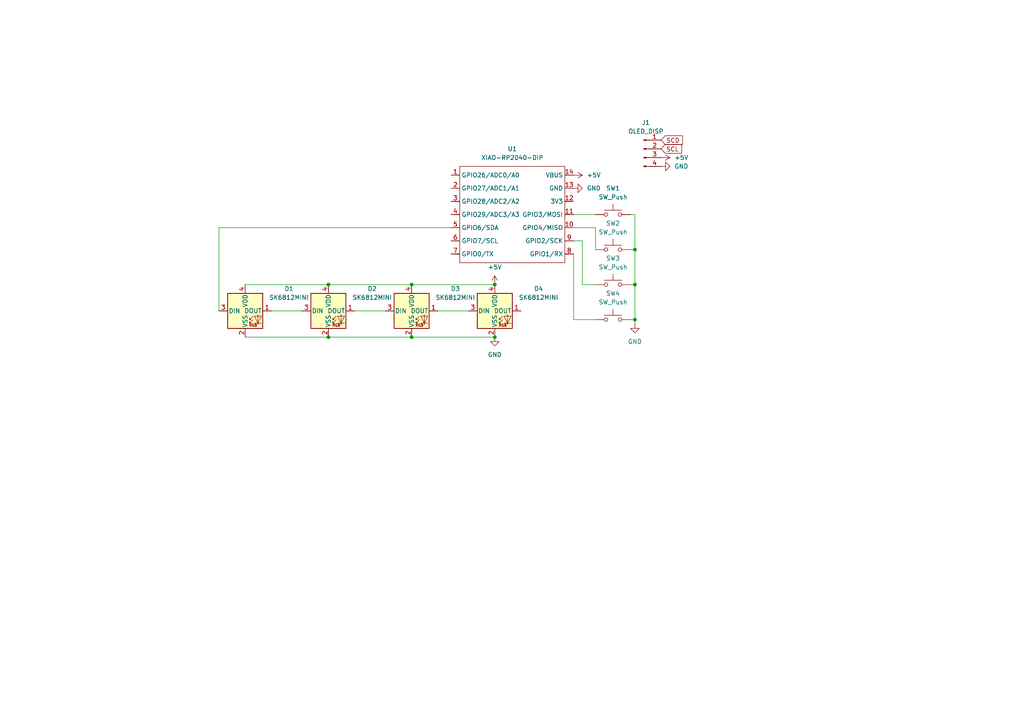
<source format=kicad_sch>
(kicad_sch (version 20250114) (generator "eeschema") (generator_version "9.0")
  (paper "A4")
  (lib_symbols
    (symbol "Connector:Conn_01x04_Pin" (pin_names (offset 1.016) (hide yes))
      (property "Reference" "J" (at 0 5.08 0))
      (property "Value" "Conn_01x04_Pin" (at 0 -7.62 0))
      (symbol "Conn_01x04_Pin_1_1"
        (rectangle (start 0.8636 2.667) (end 0 2.413) (stroke (width 0.1524)) (fill (type outline)))
        (rectangle (start 0.8636 0.127) (end 0 -0.127) (stroke (width 0.1524)) (fill (type outline)))
        (rectangle (start 0.8636 -2.413) (end 0 -2.667) (stroke (width 0.1524)) (fill (type outline)))
        (rectangle (start 0.8636 -4.953) (end 0 -5.207) (stroke (width 0.1524)) (fill (type outline)))
        (polyline (pts (xy 1.27 2.54) (xy 0.8636 2.54)) (stroke (width 0.1524)))
        (polyline (pts (xy 1.27 0) (xy 0.8636 0)) (stroke (width 0.1524)))
        (polyline (pts (xy 1.27 -2.54) (xy 0.8636 -2.54)) (stroke (width 0.1524)))
        (polyline (pts (xy 1.27 -5.08) (xy 0.8636 -5.08)) (stroke (width 0.1524)))
        (pin passive line (at 5.08 2.54 180) (length 3.81) (name "Pin_1") (number "1"))
        (pin passive line (at 5.08 0 180) (length 3.81) (name "Pin_2") (number "2"))
        (pin passive line (at 5.08 -2.54 180) (length 3.81) (name "Pin_3") (number "3"))
        (pin passive line (at 5.08 -5.08 180) (length 3.81) (name "Pin_4") (number "4"))
      )
    )
    (symbol "LED:SK6812MINI" (pin_names (offset 0.254))
      (property "Reference" "D" (at 5.08 5.715 0))
      (property "Value" "SK6812MINI" (at 1.27 -5.715 0))
      (symbol "SK6812MINI_0_0"
        (text "RGB" (at 2.286 -4.191 0) (effects (font (size 0.762 0.762))))
      )
      (symbol "SK6812MINI_0_1"
        (polyline (pts (xy 1.27 -2.54) (xy 1.778 -2.54)))
        (polyline (pts (xy 1.27 -3.556) (xy 1.778 -3.556)))
        (polyline (pts (xy 2.286 -1.524) (xy 1.27 -2.54) (xy 1.27 -2.032)))
        (polyline (pts (xy 2.286 -2.54) (xy 1.27 -3.556) (xy 1.27 -3.048)))
        (polyline (pts (xy 3.683 -1.016) (xy 3.683 -3.556) (xy 3.683 -4.064)))
        (polyline (pts (xy 4.699 -1.524) (xy 2.667 -1.524) (xy 3.683 -3.556) (xy 4.699 -1.524)))
        (polyline (pts (xy 4.699 -3.556) (xy 2.667 -3.556)))
        (rectangle (start 5.08 5.08) (end -5.08 -5.08) (stroke (width 0.254)) (fill (type background)))
      )
      (symbol "SK6812MINI_1_1"
        (pin input line (at -7.62 0 0) (length 2.54) (name "DIN") (number "3"))
        (pin power_in line (at 0 7.62 270) (length 2.54) (name "VDD") (number "4"))
        (pin power_in line (at 0 -7.62 90) (length 2.54) (name "VSS") (number "2"))
        (pin output line (at 7.62 0 180) (length 2.54) (name "DOUT") (number "1"))
      )
    )
    (symbol "OPL Library:XIAO-RP2040-DIP"
      (property "Reference" "U" (at 0 0 0))
      (property "Value" "XIAO-RP2040-DIP" (at 5.334 -1.778 0))
      (symbol "XIAO-RP2040-DIP_1_0"
        (polyline (pts (xy -1.27 -2.54) (xy 29.21 -2.54)) (stroke (width 0.1524)))
        (polyline (pts (xy -1.27 -5.08) (xy -2.54 -5.08)) (stroke (width 0.1524)))
        (polyline (pts (xy -1.27 -5.08) (xy -1.27 -2.54)) (stroke (width 0.1524)))
        (polyline (pts (xy -1.27 -8.89) (xy -2.54 -8.89)) (stroke (width 0.1524)))
        (polyline (pts (xy -1.27 -8.89) (xy -1.27 -5.08)) (stroke (width 0.1524)))
        (polyline (pts (xy -1.27 -12.7) (xy -2.54 -12.7)) (stroke (width 0.1524)))
        (polyline (pts (xy -1.27 -12.7) (xy -1.27 -8.89)) (stroke (width 0.1524)))
        (polyline (pts (xy -1.27 -16.51) (xy -2.54 -16.51)) (stroke (width 0.1524)))
        (polyline (pts (xy -1.27 -16.51) (xy -1.27 -12.7)) (stroke (width 0.1524)))
        (polyline (pts (xy -1.27 -20.32) (xy -2.54 -20.32)) (stroke (width 0.1524)))
        (polyline (pts (xy -1.27 -24.13) (xy -2.54 -24.13)) (stroke (width 0.1524)))
        (polyline (pts (xy -1.27 -27.94) (xy -2.54 -27.94)) (stroke (width 0.1524)))
        (polyline (pts (xy -1.27 -30.48) (xy -1.27 -16.51)) (stroke (width 0.1524)))
        (polyline (pts (xy 29.21 -2.54) (xy 29.21 -5.08)) (stroke (width 0.1524)))
        (polyline (pts (xy 29.21 -5.08) (xy 29.21 -8.89)) (stroke (width 0.1524)))
        (polyline (pts (xy 29.21 -8.89) (xy 29.21 -12.7)) (stroke (width 0.1524)))
        (polyline (pts (xy 29.21 -12.7) (xy 29.21 -30.48)) (stroke (width 0.1524)))
        (polyline (pts (xy 29.21 -30.48) (xy -1.27 -30.48)) (stroke (width 0.1524)))
        (polyline (pts (xy 30.48 -5.08) (xy 29.21 -5.08)) (stroke (width 0.1524)))
        (polyline (pts (xy 30.48 -8.89) (xy 29.21 -8.89)) (stroke (width 0.1524)))
        (polyline (pts (xy 30.48 -12.7) (xy 29.21 -12.7)) (stroke (width 0.1524)))
        (polyline (pts (xy 30.48 -16.51) (xy 29.21 -16.51)) (stroke (width 0.1524)))
        (polyline (pts (xy 30.48 -20.32) (xy 29.21 -20.32)) (stroke (width 0.1524)))
        (polyline (pts (xy 30.48 -24.13) (xy 29.21 -24.13)) (stroke (width 0.1524)))
        (polyline (pts (xy 30.48 -27.94) (xy 29.21 -27.94)) (stroke (width 0.1524)))
        (pin passive line (at -3.81 -5.08 0) (length 2.54) (name "GPIO26/ADC0/A0") (number "1"))
        (pin passive line (at -3.81 -8.89 0) (length 2.54) (name "GPIO27/ADC1/A1") (number "2"))
        (pin passive line (at -3.81 -12.7 0) (length 2.54) (name "GPIO28/ADC2/A2") (number "3"))
        (pin passive line (at -3.81 -16.51 0) (length 2.54) (name "GPIO29/ADC3/A3") (number "4"))
        (pin passive line (at -3.81 -20.32 0) (length 2.54) (name "GPIO6/SDA") (number "5"))
        (pin passive line (at -3.81 -24.13 0) (length 2.54) (name "GPIO7/SCL") (number "6"))
        (pin passive line (at -3.81 -27.94 0) (length 2.54) (name "GPIO0/TX") (number "7"))
        (pin passive line (at 31.75 -5.08 180) (length 2.54) (name "VBUS") (number "14"))
        (pin passive line (at 31.75 -8.89 180) (length 2.54) (name "GND") (number "13"))
        (pin passive line (at 31.75 -12.7 180) (length 2.54) (name "3V3") (number "12"))
        (pin passive line (at 31.75 -16.51 180) (length 2.54) (name "GPIO3/MOSI") (number "11"))
        (pin passive line (at 31.75 -20.32 180) (length 2.54) (name "GPIO4/MISO") (number "10"))
        (pin passive line (at 31.75 -24.13 180) (length 2.54) (name "GPIO2/SCK") (number "9"))
        (pin passive line (at 31.75 -27.94 180) (length 2.54) (name "GPIO1/RX") (number "8"))
      )
    )
    (symbol "Switch:SW_Push" (pin_numbers (hide yes)) (pin_names (offset 1.016) (hide yes))
      (property "Reference" "SW" (at 1.27 2.54 0))
      (property "Value" "SW_Push" (at 0 -1.524 0))
      (symbol "SW_Push_0_1"
        (circle (center -2.032 0) (radius 0.508))
        (polyline (pts (xy 0 1.27) (xy 0 3.048)))
        (circle (center 2.032 0) (radius 0.508))
        (polyline (pts (xy 2.54 1.27) (xy -2.54 1.27)))
        (pin passive line (at -5.08 0 0) (length 2.54) (name "1") (number "1"))
        (pin passive line (at 5.08 0 180) (length 2.54) (name "2") (number "2"))
      )
    )
    (symbol "power:+5V" (power) (pin_numbers (hide yes)) (pin_names (offset 0) (hide yes))
      (property "Value" "+5V" (at 0 3.556 0))
      (symbol "+5V_0_1"
        (polyline (pts (xy -0.762 1.27) (xy 0 2.54)))
        (polyline (pts (xy 0 2.54) (xy 0.762 1.27)))
        (polyline (pts (xy 0 0) (xy 0 2.54)))
      )
      (symbol "+5V_1_1"
        (pin power_in line (at 0 0 90) (length 0) (name "~") (number "1"))
      )
    )
    (symbol "power:GND" (power) (pin_numbers (hide yes)) (pin_names (offset 0) (hide yes))
      (property "Value" "GND" (at 0 -3.81 0))
      (symbol "GND_0_1"
        (polyline (pts (xy 0 0) (xy 0 -1.27) (xy 1.27 -1.27) (xy 0 -2.54) (xy -1.27 -1.27) (xy 0 -1.27)))
      )
      (symbol "GND_1_1"
        (pin power_in line (at 0 0 270) (length 0) (name "~") (number "1"))
      )
    )
  )
  (junction (at 95.25 97.79))
  (junction (at 119.38 97.79))
  (junction (at 95.25 82.55))
  (junction (at 184.15 72.39))
  (junction (at 184.15 92.71))
  (junction (at 184.15 82.55))
  (junction (at 143.51 97.79))
  (junction (at 119.38 82.55))
  (junction (at 143.51 82.55))
  (wire (pts (xy 95.25 82.55) (xy 119.38 82.55)))
  (wire (pts (xy 182.88 72.39) (xy 184.15 72.39)))
  (wire (pts (xy 63.5 66.04) (xy 63.5 90.17)))
  (wire (pts (xy 127 90.17) (xy 135.89 90.17)))
  (wire (pts (xy 172.72 82.55) (xy 168.91 82.55)))
  (wire (pts (xy 119.38 97.79) (xy 143.51 97.79)))
  (wire (pts (xy 182.88 92.71) (xy 184.15 92.71)))
  (wire (pts (xy 184.15 92.71) (xy 184.15 82.55)))
  (wire (pts (xy 71.12 97.79) (xy 95.25 97.79)))
  (wire (pts (xy 95.25 97.79) (xy 119.38 97.79)))
  (wire (pts (xy 184.15 93.98) (xy 184.15 92.71)))
  (wire (pts (xy 184.15 72.39) (xy 184.15 62.23)))
  (wire (pts (xy 184.15 82.55) (xy 184.15 72.39)))
  (wire (pts (xy 166.37 92.71) (xy 166.37 73.66)))
  (wire (pts (xy 166.37 62.23) (xy 172.72 62.23)))
  (wire (pts (xy 63.5 66.04) (xy 130.81 66.04)))
  (wire (pts (xy 71.12 82.55) (xy 95.25 82.55)))
  (wire (pts (xy 78.74 90.17) (xy 87.63 90.17)))
  (wire (pts (xy 184.15 62.23) (xy 182.88 62.23)))
  (wire (pts (xy 102.87 90.17) (xy 111.76 90.17)))
  (wire (pts (xy 168.91 82.55) (xy 168.91 69.85)))
  (wire (pts (xy 172.72 66.04) (xy 166.37 66.04)))
  (wire (pts (xy 168.91 69.85) (xy 166.37 69.85)))
  (wire (pts (xy 182.88 82.55) (xy 184.15 82.55)))
  (wire (pts (xy 172.72 72.39) (xy 172.72 66.04)))
  (wire (pts (xy 172.72 92.71) (xy 166.37 92.71)))
  (wire (pts (xy 119.38 82.55) (xy 143.51 82.55)))
  (global_label "SCD" (shape input) (at 191.77 40.64 0) (property "Intersheetrefs" "${INTERSHEET_REFS}" (effects (hide yes))))
  (global_label "SCL" (shape input) (at 191.77 43.18 0) (property "Intersheetrefs" "${INTERSHEET_REFS}" (effects (hide yes))))
  (symbol (lib_id "power:GND") (at 166.37 54.61 90) (unit 1)
    (property "Reference" "#PWR05" (effects (hide yes)))
    (property "Value" "GND" (at 170.18 54.6099 90) (effects (justify right)))
    (property "Description" "Power symbol creates a global label with name \"GND\" , ground" (effects (hide yes)))
  )
  (symbol (lib_id "LED:SK6812MINI") (at 119.38 90.17 0) (unit 1)
    (property "Reference" "D3" (at 132.08 83.7498 0))
    (property "Value" "SK6812MINI" (at 132.08 86.2898 0))
    (property "Footprint" "LED_SMD:LED_SK6812MINI_PLCC4_3.5x3.5mm_P1.75mm" (effects (hide yes)))
    (property "Datasheet" "https://cdn-shop.adafruit.com/product-files/2686/SK6812MINI_REV.01-1-2.pdf" (effects (hide yes)))
    (property "Description" "RGB LED with integrated controller" (effects (hide yes)))
  )
  (symbol (lib_id "power:+5V") (at 191.77 45.72 270) (unit 1)
    (property "Reference" "#PWR07" (effects (hide yes)))
    (property "Value" "+5V" (at 195.58 45.7199 90) (effects (justify left)))
    (property "Description" "Power symbol creates a global label with name \"+5V\"" (effects (hide yes)))
  )
  (symbol (lib_id "LED:SK6812MINI") (at 143.51 90.17 0) (unit 1)
    (property "Reference" "D4" (at 156.21 83.7498 0))
    (property "Value" "SK6812MINI" (at 156.21 86.2898 0))
    (property "Footprint" "LED_SMD:LED_SK6812MINI_PLCC4_3.5x3.5mm_P1.75mm" (effects (hide yes)))
    (property "Datasheet" "https://cdn-shop.adafruit.com/product-files/2686/SK6812MINI_REV.01-1-2.pdf" (effects (hide yes)))
    (property "Description" "RGB LED with integrated controller" (effects (hide yes)))
  )
  (symbol (lib_id "LED:SK6812MINI") (at 95.25 90.17 0) (unit 1)
    (property "Reference" "D2" (at 107.95 83.7498 0))
    (property "Value" "SK6812MINI" (at 107.95 86.2898 0))
    (property "Footprint" "LED_SMD:LED_SK6812MINI_PLCC4_3.5x3.5mm_P1.75mm" (effects (hide yes)))
    (property "Datasheet" "https://cdn-shop.adafruit.com/product-files/2686/SK6812MINI_REV.01-1-2.pdf" (effects (hide yes)))
    (property "Description" "RGB LED with integrated controller" (effects (hide yes)))
  )
  (symbol (lib_id "Switch:SW_Push") (at 177.8 72.39 0) (unit 1)
    (property "Reference" "SW2" (at 177.8 64.77 0))
    (property "Value" "SW_Push" (at 177.8 67.31 0))
    (property "Footprint" "Button_Switch_Keyboard:SW_Cherry_MX_1.00u_PCB" (effects (hide yes)))
    (property "Description" "Push button switch, generic, two pins" (effects (hide yes)))
  )
  (symbol (lib_id "LED:SK6812MINI") (at 71.12 90.17 0) (unit 1)
    (property "Reference" "D1" (at 83.82 83.7498 0))
    (property "Value" "SK6812MINI" (at 83.82 86.2898 0))
    (property "Footprint" "LED_SMD:LED_SK6812MINI_PLCC4_3.5x3.5mm_P1.75mm" (effects (hide yes)))
    (property "Datasheet" "https://cdn-shop.adafruit.com/product-files/2686/SK6812MINI_REV.01-1-2.pdf" (effects (hide yes)))
    (property "Description" "RGB LED with integrated controller" (effects (hide yes)))
  )
  (symbol (lib_id "power:GND") (at 184.15 93.98 0) (unit 1)
    (property "Reference" "#PWR01" (effects (hide yes)))
    (property "Value" "GND" (at 184.15 99.06 0))
    (property "Description" "Power symbol creates a global label with name \"GND\" , ground" (effects (hide yes)))
  )
  (symbol (lib_id "Switch:SW_Push") (at 177.8 62.23 0) (unit 1)
    (property "Reference" "SW1" (at 177.8 54.61 0))
    (property "Value" "SW_Push" (at 177.8 57.15 0))
    (property "Footprint" "Button_Switch_Keyboard:SW_Cherry_MX_1.00u_PCB" (effects (hide yes)))
    (property "Description" "Push button switch, generic, two pins" (effects (hide yes)))
  )
  (symbol (lib_id "OPL Library:XIAO-RP2040-DIP") (at 134.62 45.72 0) (unit 1)
    (property "Reference" "U1" (at 148.59 43.18 0))
    (property "Value" "XIAO-RP2040-DIP" (at 148.59 45.72 0))
    (property "Footprint" "OPL Lib:XIAO-RP2040-DIP" (effects (hide yes)))
  )
  (symbol (lib_id "power:GND") (at 143.51 97.79 0) (unit 1)
    (property "Reference" "#PWR03" (effects (hide yes)))
    (property "Value" "GND" (at 143.51 102.87 0))
    (property "Description" "Power symbol creates a global label with name \"GND\" , ground" (effects (hide yes)))
  )
  (symbol (lib_id "power:GND") (at 191.77 48.26 90) (unit 1)
    (property "Reference" "#PWR04" (effects (hide yes)))
    (property "Value" "GND" (at 195.58 48.2599 90) (effects (justify right)))
    (property "Description" "Power symbol creates a global label with name \"GND\" , ground" (effects (hide yes)))
  )
  (symbol (lib_id "Switch:SW_Push") (at 177.8 82.55 0) (unit 1)
    (property "Reference" "SW3" (at 177.8 74.93 0))
    (property "Value" "SW_Push" (at 177.8 77.47 0))
    (property "Footprint" "Button_Switch_Keyboard:SW_Cherry_MX_1.00u_PCB" (effects (hide yes)))
    (property "Description" "Push button switch, generic, two pins" (effects (hide yes)))
  )
  (symbol (lib_id "Connector:Conn_01x04_Pin") (at 186.69 43.18 0) (unit 1)
    (property "Reference" "J1" (at 187.325 35.56 0))
    (property "Value" "OLED_DISP" (at 187.325 38.1 0))
    (property "Footprint" "OLED Lib:SSD1306-0.91-OLED-4pin-128x32" (effects (hide yes)))
    (property "Description" "Generic connector, single row, 01x04, script generated" (effects (hide yes)))
  )
  (symbol (lib_id "Switch:SW_Push") (at 177.8 92.71 0) (unit 1)
    (property "Reference" "SW4" (at 177.8 85.09 0))
    (property "Value" "SW_Push" (at 177.8 87.63 0))
    (property "Footprint" "Button_Switch_Keyboard:SW_Cherry_MX_1.00u_PCB" (effects (hide yes)))
    (property "Description" "Push button switch, generic, two pins" (effects (hide yes)))
  )
  (symbol (lib_id "power:+5V") (at 166.37 50.8 270) (unit 1)
    (property "Reference" "#PWR06" (effects (hide yes)))
    (property "Value" "+5V" (at 170.18 50.7999 90) (effects (justify left)))
    (property "Description" "Power symbol creates a global label with name \"+5V\"" (effects (hide yes)))
  )
  (symbol (lib_id "power:+5V") (at 143.51 82.55 0) (unit 1)
    (property "Reference" "#PWR02" (effects (hide yes)))
    (property "Value" "+5V" (at 143.51 77.47 0))
    (property "Description" "Power symbol creates a global label with name \"+5V\"" (effects (hide yes)))
  )
)
</source>
